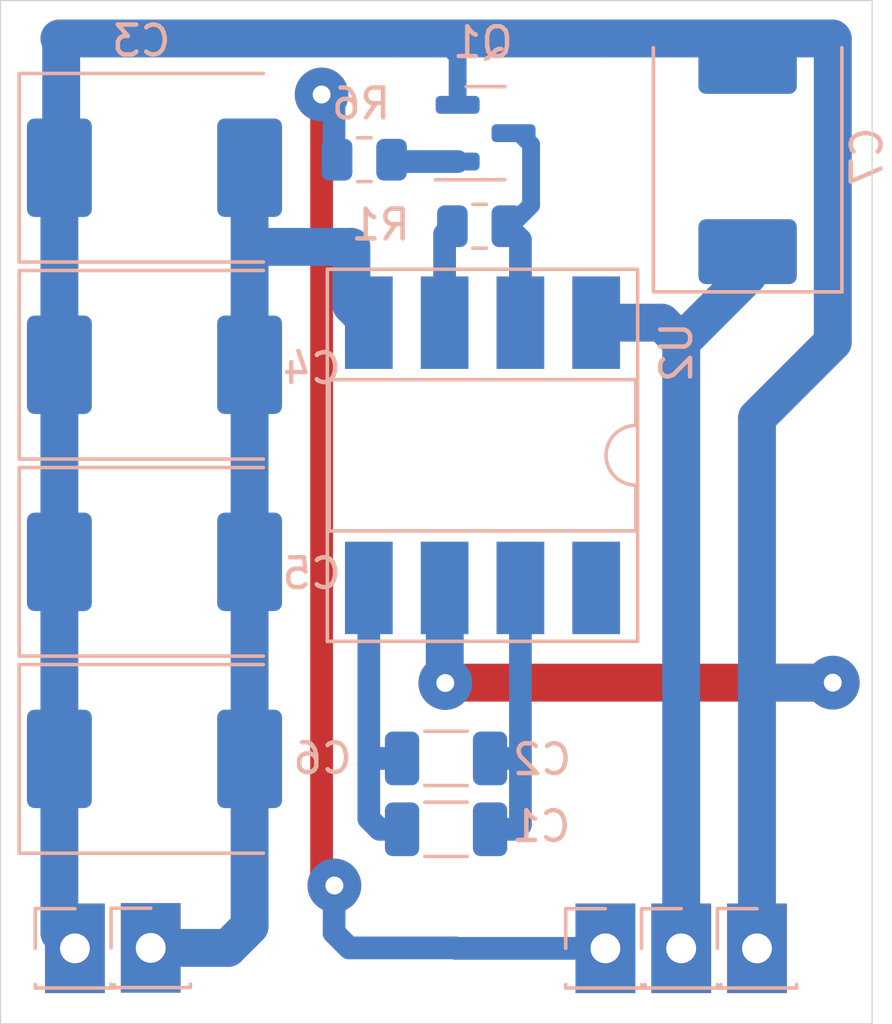
<source format=kicad_pcb>
(kicad_pcb (version 20211014) (generator pcbnew)
  (title_block (rev "1"))
  (layers (0 "F.Cu" signal "Front") (1 "In1.Cu" signal) (2 "In2.Cu" signal) (31 "B.Cu" signal "Back") (34 "B.Paste" user) (35 "F.Paste" user) (36 "B.SilkS" user "B.Silkscreen") (37 "F.SilkS" user "F.Silkscreen") (38 "B.Mask" user) (39 "F.Mask" user) (44 "Edge.Cuts" user))
  (net 0 "")
  (net 1 "Net-(C1-Pad1)")
  (net 2 "Net-(C1-Pad2)")
  (net 3 "GND")
  (net 4 "V_OUT")
  (net 5 "V_IN")
  (net 6 "PWM")
  (net 7 "Net-(Q1-Pad1)")
  (net 8 "OSC")
  (net 9 "Net-(R1-Pad1)")
  (footprint "Capacitor_Tantalum_SMD:CP_EIA-7361-438_AVX-U_Pad2.18x3.30mm_HandSolder" (layer "B.Cu") (at 114.427 88.138)
    (fp_text reference "C3" (at -0.4425 -4.254501) (layer "B.SilkS") (effects (justify mirror)))
    (fp_text value "100u")
    (fp_line (start -4.535 3.16) (end -4.535 -3.16) (layer "B.SilkS") (width 0.12))
    (fp_line (start 3.65 3.16) (end -4.535 3.16) (layer "B.SilkS") (width 0.12))
    (fp_line (start -4.535 -3.16) (end 3.65 -3.16) (layer "B.SilkS") (width 0.12))
    (pad "1" smd roundrect locked (at -3.1875 0) (size 2.175 3.3) (layers "B.Cu" "B.Paste" "B.Mask") (roundrect_rratio 0.114943) (net 3 "GND"))
    (pad "2" smd roundrect locked (at 3.1875 0) (size 2.175 3.3) (layers "B.Cu" "B.Paste" "B.Mask") (roundrect_rratio 0.114943) (net 4 "V_OUT"))
  )
  (footprint "Capacitor_Tantalum_SMD:CP_EIA-7361-438_AVX-U_Pad2.18x3.30mm_HandSolder" (layer "B.Cu") (at 114.427 94.742)
    (fp_text reference "C4" (at 5.273595 0.121839) (layer "B.SilkS") (effects (justify mirror)))
    (fp_text value "100u")
    (fp_line (start -4.535 -3.16) (end 3.65 -3.16) (layer "B.SilkS") (width 0.12))
    (fp_line (start 3.65 3.16) (end -4.535 3.16) (layer "B.SilkS") (width 0.12))
    (fp_line (start -4.535 3.16) (end -4.535 -3.16) (layer "B.SilkS") (width 0.12))
    (pad "1" smd roundrect locked (at -3.1875 0) (size 2.175 3.3) (layers "B.Cu" "B.Paste" "B.Mask") (roundrect_rratio 0.114943) (net 3 "GND"))
    (pad "2" smd roundrect locked (at 3.1875 0) (size 2.175 3.3) (layers "B.Cu" "B.Paste" "B.Mask") (roundrect_rratio 0.114943) (net 4 "V_OUT"))
  )
  (footprint "Package_DIP:DIP-8_W8.89mm_SMDSocket_LongPads" (layer "B.Cu") (at 125.420692 97.775458 90)
    (fp_text reference "U2" (at 3.453485 6.500404 90) (layer "B.SilkS") (effects (justify mirror)))
    (fp_text value "LT1054")
    (fp_line (start -1 5.14) (end -2.535 5.14) (layer "B.SilkS") (width 0.12))
    (fp_line (start 6.235 5.2) (end -6.235 5.2) (layer "B.SilkS") (width 0.12))
    (fp_line (start 2.535 5.14) (end 1 5.14) (layer "B.SilkS") (width 0.12))
    (fp_line (start -2.535 5.14) (end -2.535 -5.14) (layer "B.SilkS") (width 0.12))
    (fp_line (start -6.235 5.2) (end -6.235 -5.2) (layer "B.SilkS") (width 0.12))
    (fp_line (start -2.535 -5.14) (end 2.535 -5.14) (layer "B.SilkS") (width 0.12))
    (fp_line (start 2.535 -5.14) (end 2.535 5.14) (layer "B.SilkS") (width 0.12))
    (fp_line (start 6.235 -5.2) (end 6.235 5.2) (layer "B.SilkS") (width 0.12))
    (fp_line (start -6.235 -5.2) (end 6.235 -5.2) (layer "B.SilkS") (width 0.12))
    (fp_arc (start -1 5.14) (mid 0 4.14) (end 1 5.14) (layer "B.SilkS") (width 0.12))
    (pad "1" smd rect locked (at -4.445 3.81 90) (size 3.1 1.6) (layers "B.Cu" "B.Paste" "B.Mask"))
    (pad "2" smd rect locked (at -4.445 1.27 90) (size 3.1 1.6) (layers "B.Cu" "B.Paste" "B.Mask") (net 1 "Net-(C1-Pad1)"))
    (pad "3" smd rect locked (at -4.445 -1.27 90) (size 3.1 1.6) (layers "B.Cu" "B.Paste" "B.Mask") (net 3 "GND"))
    (pad "4" smd rect locked (at -4.445 -3.81 90) (size 3.1 1.6) (layers "B.Cu" "B.Paste" "B.Mask") (net 2 "Net-(C1-Pad2)"))
    (pad "5" smd rect locked (at 4.445 -3.81 90) (size 3.1 1.6) (layers "B.Cu" "B.Paste" "B.Mask") (net 4 "V_OUT"))
    (pad "6" smd rect locked (at 4.445 -1.27 90) (size 3.1 1.6) (layers "B.Cu" "B.Paste" "B.Mask") (net 9 "Net-(R1-Pad1)"))
    (pad "7" smd rect locked (at 4.445 1.27 90) (size 3.1 1.6) (layers "B.Cu" "B.Paste" "B.Mask") (net 8 "OSC"))
    (pad "8" smd rect locked (at 4.445 3.81 90) (size 3.1 1.6) (layers "B.Cu" "B.Paste" "B.Mask") (net 5 "V_IN"))
  )
  (footprint "Capacitor_SMD:C_1206_3216Metric" (layer "B.Cu") (at 124.198884 107.935458 180)
    (fp_text reference "C2" (at -3.219987 -0.034888) (layer "B.SilkS") (effects (justify mirror)))
    (fp_text value "22u")
    (fp_line (start -0.711252 0.91) (end 0.711252 0.91) (layer "B.SilkS") (width 0.12))
    (fp_line (start -0.711252 -0.91) (end 0.711252 -0.91) (layer "B.SilkS") (width 0.12))
    (pad "1" smd roundrect locked (at -1.475 0 180) (size 1.15 1.8) (layers "B.Cu" "B.Paste" "B.Mask") (roundrect_rratio 0.217391) (net 1 "Net-(C1-Pad1)"))
    (pad "2" smd roundrect locked (at 1.475 0 180) (size 1.15 1.8) (layers "B.Cu" "B.Paste" "B.Mask") (roundrect_rratio 0.217391) (net 2 "Net-(C1-Pad2)"))
  )
  (footprint "Package_TO_SOT_SMD:SOT-23" (layer "B.Cu") (at 125.524192 86.980458)
    (fp_text reference "Q1" (at -0.091465 -3.039876) (layer "B.SilkS") (effects (justify mirror)))
    (fp_text value "2N3904")
    (fp_line (start 0 1.56) (end 0.65 1.56) (layer "B.SilkS") (width 0.12))
    (fp_line (start 0 1.56) (end -1.675 1.56) (layer "B.SilkS") (width 0.12))
    (fp_line (start 0 -1.56) (end 0.65 -1.56) (layer "B.SilkS") (width 0.12))
    (fp_line (start 0 -1.56) (end -0.65 -1.56) (layer "B.SilkS") (width 0.12))
    (pad "1" smd roundrect locked (at -0.9375 0.95) (size 1.475 0.6) (layers "B.Cu" "B.Paste" "B.Mask") (net 7 "Net-(Q1-Pad1)"))
    (pad "2" smd roundrect locked (at -0.9375 -0.95) (size 1.475 0.6) (layers "B.Cu" "B.Paste" "B.Mask") (net 3 "GND"))
    (pad "3" smd roundrect locked (at 0.9375 0) (size 1.475 0.6) (layers "B.Cu" "B.Paste" "B.Mask") (net 8 "OSC"))
  )
  (footprint "Capacitor_Tantalum_SMD:CP_EIA-7361-438_AVX-U_Pad2.18x3.30mm_HandSolder" (layer "B.Cu") (at 114.427 101.346)
    (fp_text reference "C5" (at 5.273595 0.391474) (layer "B.SilkS") (effects (justify mirror)))
    (fp_text value "100u")
    (fp_line (start -4.535 -3.16) (end 3.65 -3.16) (layer "B.SilkS") (width 0.12))
    (fp_line (start 3.65 3.16) (end -4.535 3.16) (layer "B.SilkS") (width 0.12))
    (fp_line (start -4.535 3.16) (end -4.535 -3.16) (layer "B.SilkS") (width 0.12))
    (pad "1" smd roundrect locked (at -3.1875 0) (size 2.175 3.3) (layers "B.Cu" "B.Paste" "B.Mask") (roundrect_rratio 0.114943) (net 3 "GND"))
    (pad "2" smd roundrect locked (at 3.1875 0) (size 2.175 3.3) (layers "B.Cu" "B.Paste" "B.Mask") (roundrect_rratio 0.114943) (net 4 "V_OUT"))
  )
  (footprint "Capacitor_SMD:C_1206_3216Metric" (layer "B.Cu") (at 124.198884 110.309458 180)
    (fp_text reference "C1" (at -3.190862 0.096443) (layer "B.SilkS") (effects (justify mirror)))
    (fp_text value "22u")
    (fp_line (start -0.711252 0.91) (end 0.711252 0.91) (layer "B.SilkS") (width 0.12))
    (fp_line (start -0.711252 -0.91) (end 0.711252 -0.91) (layer "B.SilkS") (width 0.12))
    (pad "1" smd roundrect locked (at -1.475 0 180) (size 1.15 1.8) (layers "B.Cu" "B.Paste" "B.Mask") (roundrect_rratio 0.217391) (net 1 "Net-(C1-Pad1)"))
    (pad "2" smd roundrect locked (at 1.475 0 180) (size 1.15 1.8) (layers "B.Cu" "B.Paste" "B.Mask") (roundrect_rratio 0.217391) (net 2 "Net-(C1-Pad2)"))
  )
  (footprint "Capacitor_Tantalum_SMD:CP_EIA-7361-438_AVX-U_Pad2.18x3.30mm_HandSolder" (layer "B.Cu") (at 114.427 107.95)
    (fp_text reference "C6" (at 5.636192 -0.014542) (layer "B.SilkS") (effects (justify mirror)))
    (fp_text value "100u")
    (fp_line (start 3.65 3.16) (end -4.535 3.16) (layer "B.SilkS") (width 0.12))
    (fp_line (start -4.535 3.16) (end -4.535 -3.16) (layer "B.SilkS") (width 0.12))
    (fp_line (start -4.535 -3.16) (end 3.65 -3.16) (layer "B.SilkS") (width 0.12))
    (pad "1" smd roundrect locked (at -3.1875 0) (size 2.175 3.3) (layers "B.Cu" "B.Paste" "B.Mask") (roundrect_rratio 0.114943) (net 3 "GND"))
    (pad "2" smd roundrect locked (at 3.1875 0) (size 2.175 3.3) (layers "B.Cu" "B.Paste" "B.Mask") (roundrect_rratio 0.114943) (net 4 "V_OUT"))
  )
  (footprint "Connector_PinSocket_2.54mm:PinSocket_1x01_P2.54mm_Vertical" (layer "B.Cu") (at 114.3 114.285458 180)
    (fp_text reference "J3" hide)
    (fp_text value "V-")
    (fp_line (start -1.33 -1.33) (end 1.33 -1.33) (layer "B.SilkS") (width 0.12))
    (fp_line (start 0 1.33) (end 1.33 1.33) (layer "B.SilkS") (width 0.12))
    (fp_line (start 1.33 1.33) (end 1.33 0) (layer "B.SilkS") (width 0.12))
    (fp_line (start -1.33 -1.21) (end -1.33 -1.33) (layer "B.SilkS") (width 0.12))
    (fp_line (start 1.33 -1.21) (end 1.33 -1.33) (layer "B.SilkS") (width 0.12))
    (pad "1" thru_hole rect locked (at 0 0 180) (size 2 3) (drill 1) (layers *.Cu *.Mask) (net 4 "V_OUT"))
  )
  (footprint "Connector_PinSocket_2.54mm:PinSocket_1x01_P2.54mm_Vertical" (layer "B.Cu") (at 111.76 114.3 180)
    (fp_text reference "J2" hide)
    (fp_text value "GND")
    (fp_line (start -1.33 -1.21) (end -1.33 -1.33) (layer "B.SilkS") (width 0.12))
    (fp_line (start 0 1.33) (end 1.33 1.33) (layer "B.SilkS") (width 0.12))
    (fp_line (start -1.33 -1.33) (end 1.33 -1.33) (layer "B.SilkS") (width 0.12))
    (fp_line (start 1.33 1.33) (end 1.33 0) (layer "B.SilkS") (width 0.12))
    (fp_line (start 1.33 -1.21) (end 1.33 -1.33) (layer "B.SilkS") (width 0.12))
    (pad "1" thru_hole rect locked (at 0 0 180) (size 2 3) (drill 1) (layers *.Cu *.Mask) (net 3 "GND"))
  )
  (footprint "Resistor_SMD:R_0805_2012Metric" (layer "B.Cu") (at 125.322692 90.098124)
    (fp_text reference "R1" (at -3.318272 -0.047055) (layer "B.SilkS") (effects (justify mirror)))
    (fp_text value "20k")
    (fp_line (start -0.227064 0.735) (end 0.227064 0.735) (layer "B.SilkS") (width 0.12))
    (fp_line (start -0.227064 -0.735) (end 0.227064 -0.735) (layer "B.SilkS") (width 0.12))
    (pad "1" smd roundrect locked (at -0.9125 0) (size 1.025 1.4) (layers "B.Cu" "B.Paste" "B.Mask") (roundrect_rratio 0.243902) (net 9 "Net-(R1-Pad1)"))
    (pad "2" smd roundrect locked (at 0.9125 0) (size 1.025 1.4) (layers "B.Cu" "B.Paste" "B.Mask") (roundrect_rratio 0.243902) (net 8 "OSC"))
  )
  (footprint "Capacitor_Tantalum_SMD:CP_EIA-7361-438_AVX-U_Pad2.18x3.30mm_HandSolder" (layer "B.Cu") (at 134.305731 87.76314 90)
    (fp_text reference "C7" (at 0 4 90) (layer "B.SilkS") (effects (justify mirror)))
    (fp_text value "100u")
    (fp_line (start -4.535 3.16) (end -4.535 -3.16) (layer "B.SilkS") (width 0.12))
    (fp_line (start 3.65 3.16) (end -4.535 3.16) (layer "B.SilkS") (width 0.12))
    (fp_line (start -4.535 -3.16) (end 3.65 -3.16) (layer "B.SilkS") (width 0.12))
    (pad "1" smd roundrect locked (at -3.1875 0 90) (size 2.175 3.3) (layers "B.Cu" "B.Paste" "B.Mask") (roundrect_rratio 0.114943) (net 5 "V_IN"))
    (pad "2" smd roundrect locked (at 3.1875 0 90) (size 2.175 3.3) (layers "B.Cu" "B.Paste" "B.Mask") (roundrect_rratio 0.114943) (net 3 "GND"))
  )
  (footprint "Connector_PinSocket_2.54mm:PinSocket_1x01_P2.54mm_Vertical" (layer "B.Cu") (at 129.54 114.3 180)
    (fp_text reference "J5" hide)
    (fp_text value "PWM")
    (fp_line (start 1.33 -1.21) (end 1.33 -1.33) (layer "B.SilkS") (width 0.12))
    (fp_line (start -1.33 -1.21) (end -1.33 -1.33) (layer "B.SilkS") (width 0.12))
    (fp_line (start 1.33 1.33) (end 1.33 0) (layer "B.SilkS") (width 0.12))
    (fp_line (start -1.33 -1.33) (end 1.33 -1.33) (layer "B.SilkS") (width 0.12))
    (fp_line (start 0 1.33) (end 1.33 1.33) (layer "B.SilkS") (width 0.12))
    (pad "1" thru_hole rect locked (at 0 0 180) (size 2 3) (drill 1) (layers *.Cu *.Mask) (net 6 "PWM"))
  )
  (footprint "Connector_PinSocket_2.54mm:PinSocket_1x01_P2.54mm_Vertical" (layer "B.Cu") (at 132.08 114.3 180)
    (fp_text reference "J1" hide)
    (fp_text value "V+")
    (fp_line (start 0 1.33) (end 1.33 1.33) (layer "B.SilkS") (width 0.12))
    (fp_line (start 1.33 -1.21) (end 1.33 -1.33) (layer "B.SilkS") (width 0.12))
    (fp_line (start 1.33 1.33) (end 1.33 0) (layer "B.SilkS") (width 0.12))
    (fp_line (start -1.33 -1.21) (end -1.33 -1.33) (layer "B.SilkS") (width 0.12))
    (fp_line (start -1.33 -1.33) (end 1.33 -1.33) (layer "B.SilkS") (width 0.12))
    (pad "1" thru_hole rect locked (at 0 0 180) (size 2 3) (drill 1) (layers *.Cu *.Mask) (net 5 "V_IN"))
  )
  (footprint "Connector_PinSocket_2.54mm:PinSocket_1x01_P2.54mm_Vertical" (layer "B.Cu") (at 134.62 114.3 180)
    (fp_text reference "J4" hide)
    (fp_text value "GND")
    (fp_line (start 1.33 -1.21) (end 1.33 -1.33) (layer "B.SilkS") (width 0.12))
    (fp_line (start -1.33 -1.21) (end -1.33 -1.33) (layer "B.SilkS") (width 0.12))
    (fp_line (start -1.33 -1.33) (end 1.33 -1.33) (layer "B.SilkS") (width 0.12))
    (fp_line (start 0 1.33) (end 1.33 1.33) (layer "B.SilkS") (width 0.12))
    (fp_line (start 1.33 1.33) (end 1.33 0) (layer "B.SilkS") (width 0.12))
    (pad "1" thru_hole rect locked (at 0 0 180) (size 2 3) (drill 1) (layers *.Cu *.Mask) (net 3 "GND"))
  )
  (footprint "Resistor_SMD:R_0805_2012Metric" (layer "B.Cu") (at 121.460192 87.869458)
    (fp_text reference "R6" (at -0.10833 -1.874825) (layer "B.SilkS") (effects (justify mirror)))
    (fp_text value "10k")
    (fp_line (start -0.227064 -0.735) (end 0.227064 -0.735) (layer "B.SilkS") (width 0.12))
    (fp_line (start -0.227064 0.735) (end 0.227064 0.735) (layer "B.SilkS") (width 0.12))
    (pad "1" smd roundrect locked (at -0.9125 0) (size 1.025 1.4) (layers "B.Cu" "B.Paste" "B.Mask") (roundrect_rratio 0.243902) (net 6 "PWM"))
    (pad "2" smd roundrect locked (at 0.9125 0) (size 1.025 1.4) (layers "B.Cu" "B.Paste" "B.Mask") (roundrect_rratio 0.243902) (net 7 "Net-(Q1-Pad1)"))
  )
  (gr_rect (start 109.268192 82.535458) (end 138.478192 116.825458) (layer "Edge.Cuts") (width 0.0381) (fill none))
  (segment (start 125.673884 107.935458) (end 126.675192 107.935458) (width 0.762) (layer "B.Cu") (net 1))
  (segment (start 126.690692 102.220458) (end 126.690692 107.919958) (width 0.762) (layer "B.Cu") (net 1))
  (segment (start 126.690692 110.158958) (end 126.540192 110.309458) (width 0.762) (layer "B.Cu") (net 1))
  (segment (start 126.675192 107.935458) (end 126.690692 107.919958) (width 0.762) (layer "B.Cu") (net 1))
  (segment (start 126.690692 107.919958) (end 126.690692 110.158958) (width 0.762) (layer "B.Cu") (net 1))
  (segment (start 126.540192 110.309458) (end 125.673884 110.309458) (width 0.762) (layer "B.Cu") (net 1))
  (segment (start 121.968192 110.309458) (end 122.723884 110.309458) (width 0.762) (layer "B.Cu") (net 2))
  (segment (start 122.723884 107.935458) (end 121.802192 107.935458) (width 0.762) (layer "B.Cu") (net 2))
  (segment (start 121.610692 102.220458) (end 121.610692 108.126958) (width 0.762) (layer "B.Cu") (net 2))
  (segment (start 121.802192 107.935458) (end 121.610692 108.126958) (width 0.762) (layer "B.Cu") (net 2))
  (segment (start 121.610692 109.951958) (end 121.968192 110.309458) (width 0.762) (layer "B.Cu") (net 2))
  (segment (start 121.610692 108.126958) (end 121.610692 109.951958) (width 0.762) (layer "B.Cu") (net 2))
  (segment (start 137.16 105.395458) (end 124.18505 105.395458) (width 1.27) (layer "F.Cu") (net 3))
  (segment (start 124.18505 105.395458) (end 124.173362 105.407146) (width 1.27) (layer "F.Cu") (net 3))
  (via (at 137.16 105.395458) (size 1.8) (drill 0.6) (layers "F.Cu" "B.Cu") (net 3))
  (via (at 124.173362 105.407146) (size 1.8) (drill 0.6) (layers "F.Cu" "B.Cu") (net 3))
  (segment (start 134.62 105.568523) (end 134.62 96.52) (width 1.27) (layer "B.Cu") (net 3))
  (segment (start 124.586692 84.391958) (end 124.000192 83.805458) (width 0.6) (layer "B.Cu") (net 3))
  (segment (start 111.2395 88.138) (end 111.2395 113.7795) (width 1.27) (layer "B.Cu") (net 3))
  (segment (start 122.603192 83.805458) (end 124.000192 83.805458) (width 1.27) (layer "B.Cu") (net 3))
  (segment (start 134.793065 105.395458) (end 134.62 105.568523) (width 1.27) (layer "B.Cu") (net 3))
  (segment (start 111.300192 88.862383) (end 111.300192 83.828533) (width 1.27) (layer "B.Cu") (net 3))
  (segment (start 111.2395 83.805458) (end 122.603192 83.805458) (width 1.27) (layer "B.Cu") (net 3))
  (segment (start 137.16 93.98) (end 137.16 83.82) (width 1.27) (layer "B.Cu") (net 3))
  (segment (start 124.155437 101.713347) (end 124.155437 104.991852) (width 1.27) (layer "B.Cu") (net 3))
  (segment (start 129.588192 83.805458) (end 137.145458 83.805458) (width 1.27) (layer "B.Cu") (net 3))
  (segment (start 124.586692 86.030458) (end 124.586692 84.391958) (width 0.6) (layer "B.Cu") (net 3))
  (segment (start 137.16 105.395458) (end 134.793065 105.395458) (width 1.27) (layer "B.Cu") (net 3))
  (segment (start 134.62 96.52) (end 137.16 93.98) (width 1.27) (layer "B.Cu") (net 3))
  (segment (start 137.145458 83.805458) (end 137.16 83.82) (width 1.27) (layer "B.Cu") (net 3))
  (segment (start 124.000192 83.805458) (end 129.588192 83.805458) (width 1.27) (layer "B.Cu") (net 3))
  (segment (start 134.62 114.3) (end 134.62 105.568523) (width 1.27) (layer "B.Cu") (net 3))
  (segment (start 111.2395 113.7795) (end 111.76 114.3) (width 1.27) (layer "B.Cu") (net 3))
  (segment (start 117.830117 90.790458) (end 121.026267 90.790458) (width 1.27) (layer "B.Cu") (net 4))
  (segment (start 117.6145 107.95) (end 117.6145 113.55915) (width 1.27) (layer "B.Cu") (net 4))
  (segment (start 117.6145 107.95) (end 117.6145 88.138) (width 1.27) (layer "B.Cu") (net 4))
  (segment (start 116.888192 114.285458) (end 114.3 114.285458) (width 1.27) (layer "B.Cu") (net 4))
  (segment (start 121.026267 90.790458) (end 121.026267 92.746033) (width 1.27) (layer "B.Cu") (net 4))
  (segment (start 117.6145 113.55915) (end 116.888192 114.285458) (width 1.27) (layer "B.Cu") (net 4))
  (segment (start 121.026267 92.746033) (end 121.610692 93.330458) (width 1.27) (layer "B.Cu") (net 4))
  (segment (start 132.08 93.98) (end 134.305731 91.754269) (width 1.27) (layer "B.Cu") (net 5))
  (segment (start 131.430458 93.330458) (end 132.08 93.98) (width 1.27) (layer "B.Cu") (net 5))
  (segment (start 132.08 114.3) (end 132.08 93.98) (width 1.27) (layer "B.Cu") (net 5))
  (segment (start 129.230692 93.330458) (end 131.430458 93.330458) (width 1.27) (layer "B.Cu") (net 5))
  (segment (start 134.305731 91.754269) (end 134.305731 90.95064) (width 1.27) (layer "B.Cu") (net 5))
  (segment (start 120.028359 85.683857) (end 120.028359 111.76601) (width 0.762) (layer "F.Cu") (net 6))
  (segment (start 120.028359 111.76601) (end 120.456189 112.19384) (width 0.762) (layer "F.Cu") (net 6))
  (via (at 120.028359 85.683857) (size 1.8) (drill 0.6) (layers "F.Cu" "B.Cu") (net 6))
  (via (at 120.456189 112.19384) (size 1.8) (drill 0.6) (layers "F.Cu" "B.Cu") (net 6))
  (segment (start 124.508192 114.285458) (end 124.522734 114.3) (width 0.762) (layer "B.Cu") (net 6))
  (segment (start 120.952192 114.285458) (end 124.508192 114.285458) (width 0.762) (layer "B.Cu") (net 6))
  (segment (start 120.456189 112.19384) (end 120.444192 113.777458) (width 0.762) (layer "B.Cu") (net 6))
  (segment (start 124.522734 114.3) (end 129.54 114.3) (width 0.762) (layer "B.Cu") (net 6))
  (segment (start 120.444192 113.777458) (end 120.952192 114.285458) (width 0.762) (layer "B.Cu") (net 6))
  (segment (start 120.444192 85.837458) (end 120.444192 87.765958) (width 0.762) (layer "B.Cu") (net 6))
  (segment (start 124.586692 87.930458) (end 122.433692 87.930458) (width 0.762) (layer "B.Cu") (net 7))
  (segment (start 127.048192 89.393458) (end 126.343526 90.098124) (width 0.6) (layer "B.Cu") (net 8))
  (segment (start 127.048192 87.361458) (end 127.048192 89.393458) (width 0.6) (layer "B.Cu") (net 8))
  (segment (start 126.690692 93.330458) (end 126.690692 90.553624) (width 0.762) (layer "B.Cu") (net 8))
  (segment (start 126.667192 86.980458) (end 127.048192 87.361458) (width 0.6) (layer "B.Cu") (net 8))
  (segment (start 126.690692 90.553624) (end 126.235192 90.098124) (width 0.762) (layer "B.Cu") (net 8))
  (segment (start 124.150692 93.330458) (end 124.150692 90.357624) (width 0.762) (layer "B.Cu") (net 9))
)
</source>
